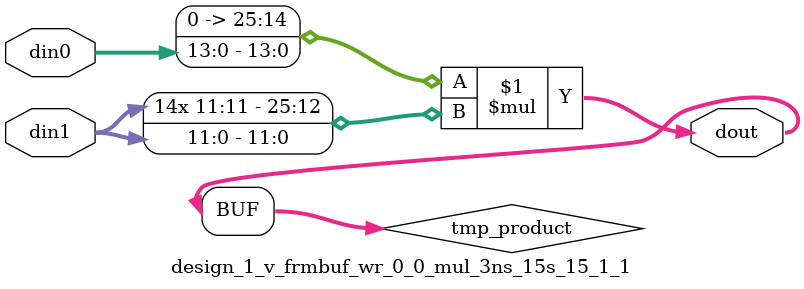
<source format=v>

`timescale 1 ns / 1 ps

  module design_1_v_frmbuf_wr_0_0_mul_3ns_15s_15_1_1(din0, din1, dout);
parameter ID = 1;
parameter NUM_STAGE = 0;
parameter din0_WIDTH = 14;
parameter din1_WIDTH = 12;
parameter dout_WIDTH = 26;

input [din0_WIDTH - 1 : 0] din0; 
input [din1_WIDTH - 1 : 0] din1; 
output [dout_WIDTH - 1 : 0] dout;

wire signed [dout_WIDTH - 1 : 0] tmp_product;











assign tmp_product = $signed({1'b0, din0}) * $signed(din1);










assign dout = tmp_product;







endmodule

</source>
